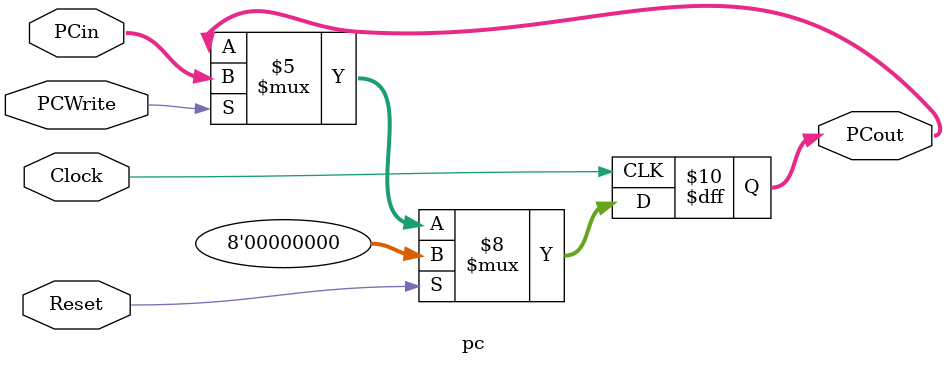
<source format=v>

module pc(PCin, PCout, Reset, Clock, PCWrite);

	input       [7:0]  PCin;
	input              Reset, Clock, PCWrite;
	output reg  [7:0]  PCout;

	initial begin
		PCout <= 8'b00000000;
	end

    always @(posedge Clock) 
	begin
		if (Reset == 1'b1)
		begin
			PCout <= 8'b00000000;
		end
    	else
    	begin
			if (PCWrite == 1'b1) 
			begin
				PCout <= PCin;
			end
    	end
    end

endmodule
</source>
